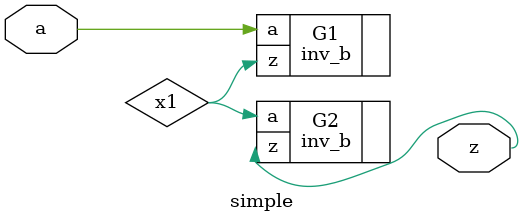
<source format=v>
module simple(z, a);
  output z;
  input a;

  wire x1;

  inv_b G1 (
    .z(x1),
    .a(a)
  );

  inv_b G2 (
    .z(z),
    .a(x1)
  );
endmodule

</source>
